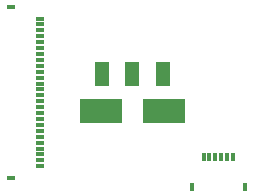
<source format=gtp>
G04*
G04 #@! TF.GenerationSoftware,Altium Limited,Altium Designer,23.10.1 (27)*
G04*
G04 Layer_Color=8421504*
%FSLAX25Y25*%
%MOIN*%
G70*
G04*
G04 #@! TF.SameCoordinates,C1A9210B-CA7C-4178-8FF3-1732785E61EF*
G04*
G04*
G04 #@! TF.FilePolarity,Positive*
G04*
G01*
G75*
%ADD12R,0.14173X0.07874*%
%ADD13R,0.01575X0.03150*%
%ADD14R,0.01181X0.03150*%
%ADD15R,0.03150X0.01181*%
%ADD16R,0.03150X0.01575*%
%ADD17R,0.05118X0.07874*%
D12*
X10630Y-6299D02*
D03*
X-10630D02*
D03*
D13*
X19783Y-31398D02*
D03*
X37500D02*
D03*
D14*
X31594Y-21555D02*
D03*
X29626D02*
D03*
X27657D02*
D03*
X33563D02*
D03*
X25689D02*
D03*
X23720D02*
D03*
D15*
X-30709Y22638D02*
D03*
Y20669D02*
D03*
Y18701D02*
D03*
Y14764D02*
D03*
Y12795D02*
D03*
Y10827D02*
D03*
Y6890D02*
D03*
Y4921D02*
D03*
Y2953D02*
D03*
Y984D02*
D03*
Y-984D02*
D03*
Y-2953D02*
D03*
Y-4921D02*
D03*
Y-6890D02*
D03*
Y-10827D02*
D03*
Y-12795D02*
D03*
Y-14764D02*
D03*
Y-18701D02*
D03*
Y-20669D02*
D03*
Y-22638D02*
D03*
Y24606D02*
D03*
Y16732D02*
D03*
Y8858D02*
D03*
Y-8858D02*
D03*
Y-16732D02*
D03*
Y-24606D02*
D03*
D16*
X-40551Y28543D02*
D03*
Y-28543D02*
D03*
D17*
X0Y6299D02*
D03*
X10236D02*
D03*
X-10236D02*
D03*
M02*

</source>
